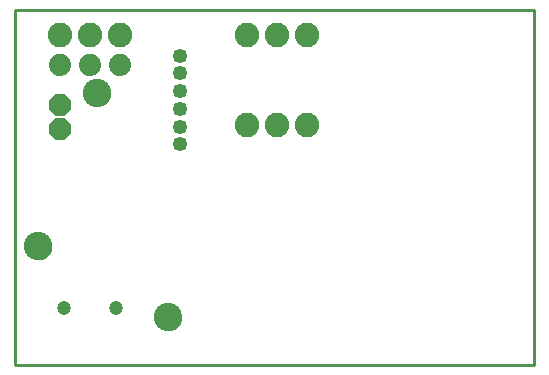
<source format=gbs>
G75*
%MOIN*%
%OFA0B0*%
%FSLAX25Y25*%
%IPPOS*%
%LPD*%
%AMOC8*
5,1,8,0,0,1.08239X$1,22.5*
%
%ADD10C,0.01000*%
%ADD11C,0.00000*%
%ADD12C,0.09461*%
%ADD13C,0.04737*%
%ADD14C,0.04934*%
%ADD15C,0.08200*%
%ADD16OC8,0.07400*%
%ADD17C,0.07400*%
D10*
X0001800Y0020396D02*
X0175028Y0020396D01*
X0175028Y0138506D01*
X0001800Y0138506D01*
X0001800Y0020396D01*
D11*
X0016170Y0039333D02*
X0016172Y0039421D01*
X0016178Y0039509D01*
X0016188Y0039597D01*
X0016202Y0039685D01*
X0016219Y0039771D01*
X0016241Y0039857D01*
X0016266Y0039941D01*
X0016296Y0040025D01*
X0016328Y0040107D01*
X0016365Y0040187D01*
X0016405Y0040266D01*
X0016449Y0040343D01*
X0016496Y0040418D01*
X0016546Y0040490D01*
X0016600Y0040561D01*
X0016656Y0040628D01*
X0016716Y0040694D01*
X0016778Y0040756D01*
X0016844Y0040816D01*
X0016911Y0040872D01*
X0016982Y0040926D01*
X0017054Y0040976D01*
X0017129Y0041023D01*
X0017206Y0041067D01*
X0017285Y0041107D01*
X0017365Y0041144D01*
X0017447Y0041176D01*
X0017531Y0041206D01*
X0017615Y0041231D01*
X0017701Y0041253D01*
X0017787Y0041270D01*
X0017875Y0041284D01*
X0017963Y0041294D01*
X0018051Y0041300D01*
X0018139Y0041302D01*
X0018227Y0041300D01*
X0018315Y0041294D01*
X0018403Y0041284D01*
X0018491Y0041270D01*
X0018577Y0041253D01*
X0018663Y0041231D01*
X0018747Y0041206D01*
X0018831Y0041176D01*
X0018913Y0041144D01*
X0018993Y0041107D01*
X0019072Y0041067D01*
X0019149Y0041023D01*
X0019224Y0040976D01*
X0019296Y0040926D01*
X0019367Y0040872D01*
X0019434Y0040816D01*
X0019500Y0040756D01*
X0019562Y0040694D01*
X0019622Y0040628D01*
X0019678Y0040561D01*
X0019732Y0040490D01*
X0019782Y0040418D01*
X0019829Y0040343D01*
X0019873Y0040266D01*
X0019913Y0040187D01*
X0019950Y0040107D01*
X0019982Y0040025D01*
X0020012Y0039941D01*
X0020037Y0039857D01*
X0020059Y0039771D01*
X0020076Y0039685D01*
X0020090Y0039597D01*
X0020100Y0039509D01*
X0020106Y0039421D01*
X0020108Y0039333D01*
X0020106Y0039245D01*
X0020100Y0039157D01*
X0020090Y0039069D01*
X0020076Y0038981D01*
X0020059Y0038895D01*
X0020037Y0038809D01*
X0020012Y0038725D01*
X0019982Y0038641D01*
X0019950Y0038559D01*
X0019913Y0038479D01*
X0019873Y0038400D01*
X0019829Y0038323D01*
X0019782Y0038248D01*
X0019732Y0038176D01*
X0019678Y0038105D01*
X0019622Y0038038D01*
X0019562Y0037972D01*
X0019500Y0037910D01*
X0019434Y0037850D01*
X0019367Y0037794D01*
X0019296Y0037740D01*
X0019224Y0037690D01*
X0019149Y0037643D01*
X0019072Y0037599D01*
X0018993Y0037559D01*
X0018913Y0037522D01*
X0018831Y0037490D01*
X0018747Y0037460D01*
X0018663Y0037435D01*
X0018577Y0037413D01*
X0018491Y0037396D01*
X0018403Y0037382D01*
X0018315Y0037372D01*
X0018227Y0037366D01*
X0018139Y0037364D01*
X0018051Y0037366D01*
X0017963Y0037372D01*
X0017875Y0037382D01*
X0017787Y0037396D01*
X0017701Y0037413D01*
X0017615Y0037435D01*
X0017531Y0037460D01*
X0017447Y0037490D01*
X0017365Y0037522D01*
X0017285Y0037559D01*
X0017206Y0037599D01*
X0017129Y0037643D01*
X0017054Y0037690D01*
X0016982Y0037740D01*
X0016911Y0037794D01*
X0016844Y0037850D01*
X0016778Y0037910D01*
X0016716Y0037972D01*
X0016656Y0038038D01*
X0016600Y0038105D01*
X0016546Y0038176D01*
X0016496Y0038248D01*
X0016449Y0038323D01*
X0016405Y0038400D01*
X0016365Y0038479D01*
X0016328Y0038559D01*
X0016296Y0038641D01*
X0016266Y0038725D01*
X0016241Y0038809D01*
X0016219Y0038895D01*
X0016202Y0038981D01*
X0016188Y0039069D01*
X0016178Y0039157D01*
X0016172Y0039245D01*
X0016170Y0039333D01*
X0033492Y0039333D02*
X0033494Y0039421D01*
X0033500Y0039509D01*
X0033510Y0039597D01*
X0033524Y0039685D01*
X0033541Y0039771D01*
X0033563Y0039857D01*
X0033588Y0039941D01*
X0033618Y0040025D01*
X0033650Y0040107D01*
X0033687Y0040187D01*
X0033727Y0040266D01*
X0033771Y0040343D01*
X0033818Y0040418D01*
X0033868Y0040490D01*
X0033922Y0040561D01*
X0033978Y0040628D01*
X0034038Y0040694D01*
X0034100Y0040756D01*
X0034166Y0040816D01*
X0034233Y0040872D01*
X0034304Y0040926D01*
X0034376Y0040976D01*
X0034451Y0041023D01*
X0034528Y0041067D01*
X0034607Y0041107D01*
X0034687Y0041144D01*
X0034769Y0041176D01*
X0034853Y0041206D01*
X0034937Y0041231D01*
X0035023Y0041253D01*
X0035109Y0041270D01*
X0035197Y0041284D01*
X0035285Y0041294D01*
X0035373Y0041300D01*
X0035461Y0041302D01*
X0035549Y0041300D01*
X0035637Y0041294D01*
X0035725Y0041284D01*
X0035813Y0041270D01*
X0035899Y0041253D01*
X0035985Y0041231D01*
X0036069Y0041206D01*
X0036153Y0041176D01*
X0036235Y0041144D01*
X0036315Y0041107D01*
X0036394Y0041067D01*
X0036471Y0041023D01*
X0036546Y0040976D01*
X0036618Y0040926D01*
X0036689Y0040872D01*
X0036756Y0040816D01*
X0036822Y0040756D01*
X0036884Y0040694D01*
X0036944Y0040628D01*
X0037000Y0040561D01*
X0037054Y0040490D01*
X0037104Y0040418D01*
X0037151Y0040343D01*
X0037195Y0040266D01*
X0037235Y0040187D01*
X0037272Y0040107D01*
X0037304Y0040025D01*
X0037334Y0039941D01*
X0037359Y0039857D01*
X0037381Y0039771D01*
X0037398Y0039685D01*
X0037412Y0039597D01*
X0037422Y0039509D01*
X0037428Y0039421D01*
X0037430Y0039333D01*
X0037428Y0039245D01*
X0037422Y0039157D01*
X0037412Y0039069D01*
X0037398Y0038981D01*
X0037381Y0038895D01*
X0037359Y0038809D01*
X0037334Y0038725D01*
X0037304Y0038641D01*
X0037272Y0038559D01*
X0037235Y0038479D01*
X0037195Y0038400D01*
X0037151Y0038323D01*
X0037104Y0038248D01*
X0037054Y0038176D01*
X0037000Y0038105D01*
X0036944Y0038038D01*
X0036884Y0037972D01*
X0036822Y0037910D01*
X0036756Y0037850D01*
X0036689Y0037794D01*
X0036618Y0037740D01*
X0036546Y0037690D01*
X0036471Y0037643D01*
X0036394Y0037599D01*
X0036315Y0037559D01*
X0036235Y0037522D01*
X0036153Y0037490D01*
X0036069Y0037460D01*
X0035985Y0037435D01*
X0035899Y0037413D01*
X0035813Y0037396D01*
X0035725Y0037382D01*
X0035637Y0037372D01*
X0035549Y0037366D01*
X0035461Y0037364D01*
X0035373Y0037366D01*
X0035285Y0037372D01*
X0035197Y0037382D01*
X0035109Y0037396D01*
X0035023Y0037413D01*
X0034937Y0037435D01*
X0034853Y0037460D01*
X0034769Y0037490D01*
X0034687Y0037522D01*
X0034607Y0037559D01*
X0034528Y0037599D01*
X0034451Y0037643D01*
X0034376Y0037690D01*
X0034304Y0037740D01*
X0034233Y0037794D01*
X0034166Y0037850D01*
X0034100Y0037910D01*
X0034038Y0037972D01*
X0033978Y0038038D01*
X0033922Y0038105D01*
X0033868Y0038176D01*
X0033818Y0038248D01*
X0033771Y0038323D01*
X0033727Y0038400D01*
X0033687Y0038479D01*
X0033650Y0038559D01*
X0033618Y0038641D01*
X0033588Y0038725D01*
X0033563Y0038809D01*
X0033541Y0038895D01*
X0033524Y0038981D01*
X0033510Y0039069D01*
X0033500Y0039157D01*
X0033494Y0039245D01*
X0033492Y0039333D01*
X0048650Y0036144D02*
X0048652Y0036275D01*
X0048658Y0036407D01*
X0048668Y0036538D01*
X0048682Y0036669D01*
X0048700Y0036799D01*
X0048722Y0036928D01*
X0048747Y0037057D01*
X0048777Y0037185D01*
X0048811Y0037312D01*
X0048848Y0037439D01*
X0048889Y0037563D01*
X0048934Y0037687D01*
X0048983Y0037809D01*
X0049035Y0037930D01*
X0049091Y0038048D01*
X0049151Y0038166D01*
X0049214Y0038281D01*
X0049281Y0038394D01*
X0049351Y0038506D01*
X0049424Y0038615D01*
X0049500Y0038721D01*
X0049580Y0038826D01*
X0049663Y0038928D01*
X0049749Y0039027D01*
X0049838Y0039124D01*
X0049930Y0039218D01*
X0050025Y0039309D01*
X0050122Y0039398D01*
X0050222Y0039483D01*
X0050325Y0039565D01*
X0050430Y0039644D01*
X0050537Y0039720D01*
X0050647Y0039792D01*
X0050759Y0039861D01*
X0050873Y0039927D01*
X0050988Y0039989D01*
X0051106Y0040048D01*
X0051225Y0040103D01*
X0051346Y0040155D01*
X0051469Y0040202D01*
X0051593Y0040246D01*
X0051718Y0040287D01*
X0051844Y0040323D01*
X0051972Y0040356D01*
X0052100Y0040384D01*
X0052229Y0040409D01*
X0052359Y0040430D01*
X0052489Y0040447D01*
X0052620Y0040460D01*
X0052751Y0040469D01*
X0052882Y0040474D01*
X0053014Y0040475D01*
X0053145Y0040472D01*
X0053277Y0040465D01*
X0053408Y0040454D01*
X0053538Y0040439D01*
X0053668Y0040420D01*
X0053798Y0040397D01*
X0053926Y0040371D01*
X0054054Y0040340D01*
X0054181Y0040305D01*
X0054307Y0040267D01*
X0054431Y0040225D01*
X0054555Y0040179D01*
X0054676Y0040129D01*
X0054796Y0040076D01*
X0054915Y0040019D01*
X0055032Y0039959D01*
X0055146Y0039895D01*
X0055259Y0039827D01*
X0055370Y0039756D01*
X0055479Y0039682D01*
X0055585Y0039605D01*
X0055689Y0039524D01*
X0055790Y0039441D01*
X0055889Y0039354D01*
X0055985Y0039264D01*
X0056078Y0039171D01*
X0056169Y0039076D01*
X0056256Y0038978D01*
X0056341Y0038877D01*
X0056422Y0038774D01*
X0056500Y0038668D01*
X0056575Y0038560D01*
X0056647Y0038450D01*
X0056715Y0038338D01*
X0056780Y0038224D01*
X0056841Y0038107D01*
X0056899Y0037989D01*
X0056953Y0037869D01*
X0057004Y0037748D01*
X0057051Y0037625D01*
X0057094Y0037501D01*
X0057133Y0037376D01*
X0057169Y0037249D01*
X0057200Y0037121D01*
X0057228Y0036993D01*
X0057252Y0036864D01*
X0057272Y0036734D01*
X0057288Y0036603D01*
X0057300Y0036472D01*
X0057308Y0036341D01*
X0057312Y0036210D01*
X0057312Y0036078D01*
X0057308Y0035947D01*
X0057300Y0035816D01*
X0057288Y0035685D01*
X0057272Y0035554D01*
X0057252Y0035424D01*
X0057228Y0035295D01*
X0057200Y0035167D01*
X0057169Y0035039D01*
X0057133Y0034912D01*
X0057094Y0034787D01*
X0057051Y0034663D01*
X0057004Y0034540D01*
X0056953Y0034419D01*
X0056899Y0034299D01*
X0056841Y0034181D01*
X0056780Y0034064D01*
X0056715Y0033950D01*
X0056647Y0033838D01*
X0056575Y0033728D01*
X0056500Y0033620D01*
X0056422Y0033514D01*
X0056341Y0033411D01*
X0056256Y0033310D01*
X0056169Y0033212D01*
X0056078Y0033117D01*
X0055985Y0033024D01*
X0055889Y0032934D01*
X0055790Y0032847D01*
X0055689Y0032764D01*
X0055585Y0032683D01*
X0055479Y0032606D01*
X0055370Y0032532D01*
X0055259Y0032461D01*
X0055147Y0032393D01*
X0055032Y0032329D01*
X0054915Y0032269D01*
X0054796Y0032212D01*
X0054676Y0032159D01*
X0054555Y0032109D01*
X0054431Y0032063D01*
X0054307Y0032021D01*
X0054181Y0031983D01*
X0054054Y0031948D01*
X0053926Y0031917D01*
X0053798Y0031891D01*
X0053668Y0031868D01*
X0053538Y0031849D01*
X0053408Y0031834D01*
X0053277Y0031823D01*
X0053145Y0031816D01*
X0053014Y0031813D01*
X0052882Y0031814D01*
X0052751Y0031819D01*
X0052620Y0031828D01*
X0052489Y0031841D01*
X0052359Y0031858D01*
X0052229Y0031879D01*
X0052100Y0031904D01*
X0051972Y0031932D01*
X0051844Y0031965D01*
X0051718Y0032001D01*
X0051593Y0032042D01*
X0051469Y0032086D01*
X0051346Y0032133D01*
X0051225Y0032185D01*
X0051106Y0032240D01*
X0050988Y0032299D01*
X0050873Y0032361D01*
X0050759Y0032427D01*
X0050647Y0032496D01*
X0050537Y0032568D01*
X0050430Y0032644D01*
X0050325Y0032723D01*
X0050222Y0032805D01*
X0050122Y0032890D01*
X0050025Y0032979D01*
X0049930Y0033070D01*
X0049838Y0033164D01*
X0049749Y0033261D01*
X0049663Y0033360D01*
X0049580Y0033462D01*
X0049500Y0033567D01*
X0049424Y0033673D01*
X0049351Y0033782D01*
X0049281Y0033894D01*
X0049214Y0034007D01*
X0049151Y0034122D01*
X0049091Y0034240D01*
X0049035Y0034358D01*
X0048983Y0034479D01*
X0048934Y0034601D01*
X0048889Y0034725D01*
X0048848Y0034849D01*
X0048811Y0034976D01*
X0048777Y0035103D01*
X0048747Y0035231D01*
X0048722Y0035360D01*
X0048700Y0035489D01*
X0048682Y0035619D01*
X0048668Y0035750D01*
X0048658Y0035881D01*
X0048652Y0036013D01*
X0048650Y0036144D01*
X0005343Y0059766D02*
X0005345Y0059897D01*
X0005351Y0060029D01*
X0005361Y0060160D01*
X0005375Y0060291D01*
X0005393Y0060421D01*
X0005415Y0060550D01*
X0005440Y0060679D01*
X0005470Y0060807D01*
X0005504Y0060934D01*
X0005541Y0061061D01*
X0005582Y0061185D01*
X0005627Y0061309D01*
X0005676Y0061431D01*
X0005728Y0061552D01*
X0005784Y0061670D01*
X0005844Y0061788D01*
X0005907Y0061903D01*
X0005974Y0062016D01*
X0006044Y0062128D01*
X0006117Y0062237D01*
X0006193Y0062343D01*
X0006273Y0062448D01*
X0006356Y0062550D01*
X0006442Y0062649D01*
X0006531Y0062746D01*
X0006623Y0062840D01*
X0006718Y0062931D01*
X0006815Y0063020D01*
X0006915Y0063105D01*
X0007018Y0063187D01*
X0007123Y0063266D01*
X0007230Y0063342D01*
X0007340Y0063414D01*
X0007452Y0063483D01*
X0007566Y0063549D01*
X0007681Y0063611D01*
X0007799Y0063670D01*
X0007918Y0063725D01*
X0008039Y0063777D01*
X0008162Y0063824D01*
X0008286Y0063868D01*
X0008411Y0063909D01*
X0008537Y0063945D01*
X0008665Y0063978D01*
X0008793Y0064006D01*
X0008922Y0064031D01*
X0009052Y0064052D01*
X0009182Y0064069D01*
X0009313Y0064082D01*
X0009444Y0064091D01*
X0009575Y0064096D01*
X0009707Y0064097D01*
X0009838Y0064094D01*
X0009970Y0064087D01*
X0010101Y0064076D01*
X0010231Y0064061D01*
X0010361Y0064042D01*
X0010491Y0064019D01*
X0010619Y0063993D01*
X0010747Y0063962D01*
X0010874Y0063927D01*
X0011000Y0063889D01*
X0011124Y0063847D01*
X0011248Y0063801D01*
X0011369Y0063751D01*
X0011489Y0063698D01*
X0011608Y0063641D01*
X0011725Y0063581D01*
X0011839Y0063517D01*
X0011952Y0063449D01*
X0012063Y0063378D01*
X0012172Y0063304D01*
X0012278Y0063227D01*
X0012382Y0063146D01*
X0012483Y0063063D01*
X0012582Y0062976D01*
X0012678Y0062886D01*
X0012771Y0062793D01*
X0012862Y0062698D01*
X0012949Y0062600D01*
X0013034Y0062499D01*
X0013115Y0062396D01*
X0013193Y0062290D01*
X0013268Y0062182D01*
X0013340Y0062072D01*
X0013408Y0061960D01*
X0013473Y0061846D01*
X0013534Y0061729D01*
X0013592Y0061611D01*
X0013646Y0061491D01*
X0013697Y0061370D01*
X0013744Y0061247D01*
X0013787Y0061123D01*
X0013826Y0060998D01*
X0013862Y0060871D01*
X0013893Y0060743D01*
X0013921Y0060615D01*
X0013945Y0060486D01*
X0013965Y0060356D01*
X0013981Y0060225D01*
X0013993Y0060094D01*
X0014001Y0059963D01*
X0014005Y0059832D01*
X0014005Y0059700D01*
X0014001Y0059569D01*
X0013993Y0059438D01*
X0013981Y0059307D01*
X0013965Y0059176D01*
X0013945Y0059046D01*
X0013921Y0058917D01*
X0013893Y0058789D01*
X0013862Y0058661D01*
X0013826Y0058534D01*
X0013787Y0058409D01*
X0013744Y0058285D01*
X0013697Y0058162D01*
X0013646Y0058041D01*
X0013592Y0057921D01*
X0013534Y0057803D01*
X0013473Y0057686D01*
X0013408Y0057572D01*
X0013340Y0057460D01*
X0013268Y0057350D01*
X0013193Y0057242D01*
X0013115Y0057136D01*
X0013034Y0057033D01*
X0012949Y0056932D01*
X0012862Y0056834D01*
X0012771Y0056739D01*
X0012678Y0056646D01*
X0012582Y0056556D01*
X0012483Y0056469D01*
X0012382Y0056386D01*
X0012278Y0056305D01*
X0012172Y0056228D01*
X0012063Y0056154D01*
X0011952Y0056083D01*
X0011840Y0056015D01*
X0011725Y0055951D01*
X0011608Y0055891D01*
X0011489Y0055834D01*
X0011369Y0055781D01*
X0011248Y0055731D01*
X0011124Y0055685D01*
X0011000Y0055643D01*
X0010874Y0055605D01*
X0010747Y0055570D01*
X0010619Y0055539D01*
X0010491Y0055513D01*
X0010361Y0055490D01*
X0010231Y0055471D01*
X0010101Y0055456D01*
X0009970Y0055445D01*
X0009838Y0055438D01*
X0009707Y0055435D01*
X0009575Y0055436D01*
X0009444Y0055441D01*
X0009313Y0055450D01*
X0009182Y0055463D01*
X0009052Y0055480D01*
X0008922Y0055501D01*
X0008793Y0055526D01*
X0008665Y0055554D01*
X0008537Y0055587D01*
X0008411Y0055623D01*
X0008286Y0055664D01*
X0008162Y0055708D01*
X0008039Y0055755D01*
X0007918Y0055807D01*
X0007799Y0055862D01*
X0007681Y0055921D01*
X0007566Y0055983D01*
X0007452Y0056049D01*
X0007340Y0056118D01*
X0007230Y0056190D01*
X0007123Y0056266D01*
X0007018Y0056345D01*
X0006915Y0056427D01*
X0006815Y0056512D01*
X0006718Y0056601D01*
X0006623Y0056692D01*
X0006531Y0056786D01*
X0006442Y0056883D01*
X0006356Y0056982D01*
X0006273Y0057084D01*
X0006193Y0057189D01*
X0006117Y0057295D01*
X0006044Y0057404D01*
X0005974Y0057516D01*
X0005907Y0057629D01*
X0005844Y0057744D01*
X0005784Y0057862D01*
X0005728Y0057980D01*
X0005676Y0058101D01*
X0005627Y0058223D01*
X0005582Y0058347D01*
X0005541Y0058471D01*
X0005504Y0058598D01*
X0005470Y0058725D01*
X0005440Y0058853D01*
X0005415Y0058982D01*
X0005393Y0059111D01*
X0005375Y0059241D01*
X0005361Y0059372D01*
X0005351Y0059503D01*
X0005345Y0059635D01*
X0005343Y0059766D01*
X0025028Y0110947D02*
X0025030Y0111078D01*
X0025036Y0111210D01*
X0025046Y0111341D01*
X0025060Y0111472D01*
X0025078Y0111602D01*
X0025100Y0111731D01*
X0025125Y0111860D01*
X0025155Y0111988D01*
X0025189Y0112115D01*
X0025226Y0112242D01*
X0025267Y0112366D01*
X0025312Y0112490D01*
X0025361Y0112612D01*
X0025413Y0112733D01*
X0025469Y0112851D01*
X0025529Y0112969D01*
X0025592Y0113084D01*
X0025659Y0113197D01*
X0025729Y0113309D01*
X0025802Y0113418D01*
X0025878Y0113524D01*
X0025958Y0113629D01*
X0026041Y0113731D01*
X0026127Y0113830D01*
X0026216Y0113927D01*
X0026308Y0114021D01*
X0026403Y0114112D01*
X0026500Y0114201D01*
X0026600Y0114286D01*
X0026703Y0114368D01*
X0026808Y0114447D01*
X0026915Y0114523D01*
X0027025Y0114595D01*
X0027137Y0114664D01*
X0027251Y0114730D01*
X0027366Y0114792D01*
X0027484Y0114851D01*
X0027603Y0114906D01*
X0027724Y0114958D01*
X0027847Y0115005D01*
X0027971Y0115049D01*
X0028096Y0115090D01*
X0028222Y0115126D01*
X0028350Y0115159D01*
X0028478Y0115187D01*
X0028607Y0115212D01*
X0028737Y0115233D01*
X0028867Y0115250D01*
X0028998Y0115263D01*
X0029129Y0115272D01*
X0029260Y0115277D01*
X0029392Y0115278D01*
X0029523Y0115275D01*
X0029655Y0115268D01*
X0029786Y0115257D01*
X0029916Y0115242D01*
X0030046Y0115223D01*
X0030176Y0115200D01*
X0030304Y0115174D01*
X0030432Y0115143D01*
X0030559Y0115108D01*
X0030685Y0115070D01*
X0030809Y0115028D01*
X0030933Y0114982D01*
X0031054Y0114932D01*
X0031174Y0114879D01*
X0031293Y0114822D01*
X0031410Y0114762D01*
X0031524Y0114698D01*
X0031637Y0114630D01*
X0031748Y0114559D01*
X0031857Y0114485D01*
X0031963Y0114408D01*
X0032067Y0114327D01*
X0032168Y0114244D01*
X0032267Y0114157D01*
X0032363Y0114067D01*
X0032456Y0113974D01*
X0032547Y0113879D01*
X0032634Y0113781D01*
X0032719Y0113680D01*
X0032800Y0113577D01*
X0032878Y0113471D01*
X0032953Y0113363D01*
X0033025Y0113253D01*
X0033093Y0113141D01*
X0033158Y0113027D01*
X0033219Y0112910D01*
X0033277Y0112792D01*
X0033331Y0112672D01*
X0033382Y0112551D01*
X0033429Y0112428D01*
X0033472Y0112304D01*
X0033511Y0112179D01*
X0033547Y0112052D01*
X0033578Y0111924D01*
X0033606Y0111796D01*
X0033630Y0111667D01*
X0033650Y0111537D01*
X0033666Y0111406D01*
X0033678Y0111275D01*
X0033686Y0111144D01*
X0033690Y0111013D01*
X0033690Y0110881D01*
X0033686Y0110750D01*
X0033678Y0110619D01*
X0033666Y0110488D01*
X0033650Y0110357D01*
X0033630Y0110227D01*
X0033606Y0110098D01*
X0033578Y0109970D01*
X0033547Y0109842D01*
X0033511Y0109715D01*
X0033472Y0109590D01*
X0033429Y0109466D01*
X0033382Y0109343D01*
X0033331Y0109222D01*
X0033277Y0109102D01*
X0033219Y0108984D01*
X0033158Y0108867D01*
X0033093Y0108753D01*
X0033025Y0108641D01*
X0032953Y0108531D01*
X0032878Y0108423D01*
X0032800Y0108317D01*
X0032719Y0108214D01*
X0032634Y0108113D01*
X0032547Y0108015D01*
X0032456Y0107920D01*
X0032363Y0107827D01*
X0032267Y0107737D01*
X0032168Y0107650D01*
X0032067Y0107567D01*
X0031963Y0107486D01*
X0031857Y0107409D01*
X0031748Y0107335D01*
X0031637Y0107264D01*
X0031525Y0107196D01*
X0031410Y0107132D01*
X0031293Y0107072D01*
X0031174Y0107015D01*
X0031054Y0106962D01*
X0030933Y0106912D01*
X0030809Y0106866D01*
X0030685Y0106824D01*
X0030559Y0106786D01*
X0030432Y0106751D01*
X0030304Y0106720D01*
X0030176Y0106694D01*
X0030046Y0106671D01*
X0029916Y0106652D01*
X0029786Y0106637D01*
X0029655Y0106626D01*
X0029523Y0106619D01*
X0029392Y0106616D01*
X0029260Y0106617D01*
X0029129Y0106622D01*
X0028998Y0106631D01*
X0028867Y0106644D01*
X0028737Y0106661D01*
X0028607Y0106682D01*
X0028478Y0106707D01*
X0028350Y0106735D01*
X0028222Y0106768D01*
X0028096Y0106804D01*
X0027971Y0106845D01*
X0027847Y0106889D01*
X0027724Y0106936D01*
X0027603Y0106988D01*
X0027484Y0107043D01*
X0027366Y0107102D01*
X0027251Y0107164D01*
X0027137Y0107230D01*
X0027025Y0107299D01*
X0026915Y0107371D01*
X0026808Y0107447D01*
X0026703Y0107526D01*
X0026600Y0107608D01*
X0026500Y0107693D01*
X0026403Y0107782D01*
X0026308Y0107873D01*
X0026216Y0107967D01*
X0026127Y0108064D01*
X0026041Y0108163D01*
X0025958Y0108265D01*
X0025878Y0108370D01*
X0025802Y0108476D01*
X0025729Y0108585D01*
X0025659Y0108697D01*
X0025592Y0108810D01*
X0025529Y0108925D01*
X0025469Y0109043D01*
X0025413Y0109161D01*
X0025361Y0109282D01*
X0025312Y0109404D01*
X0025267Y0109528D01*
X0025226Y0109652D01*
X0025189Y0109779D01*
X0025155Y0109906D01*
X0025125Y0110034D01*
X0025100Y0110163D01*
X0025078Y0110292D01*
X0025060Y0110422D01*
X0025046Y0110553D01*
X0025036Y0110684D01*
X0025030Y0110816D01*
X0025028Y0110947D01*
D12*
X0029359Y0110947D03*
X0009674Y0059766D03*
X0052981Y0036144D03*
D13*
X0035461Y0039333D03*
X0018139Y0039333D03*
D14*
X0056918Y0093802D03*
X0056918Y0099707D03*
X0056918Y0105613D03*
X0056918Y0111518D03*
X0056918Y0117424D03*
X0056918Y0123329D03*
D15*
X0036800Y0130396D03*
X0026800Y0130396D03*
X0016800Y0130396D03*
X0079300Y0130396D03*
X0089300Y0130396D03*
X0099300Y0130396D03*
X0099300Y0100396D03*
X0089300Y0100396D03*
X0079300Y0100396D03*
D16*
X0016800Y0098959D03*
X0016800Y0106833D03*
D17*
X0016800Y0120396D03*
X0026800Y0120396D03*
X0036800Y0120396D03*
M02*

</source>
